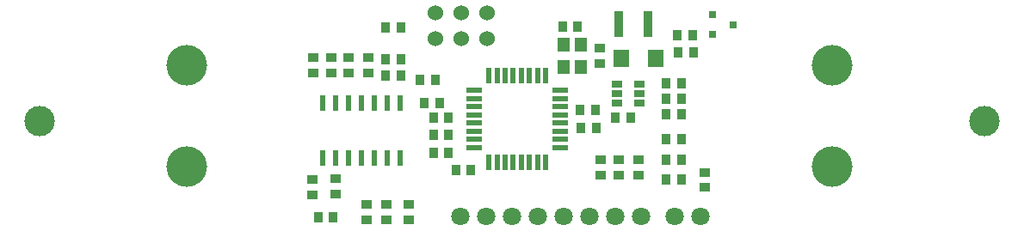
<source format=gbr>
G04 #@! TF.FileFunction,Soldermask,Top*
%FSLAX46Y46*%
G04 Gerber Fmt 4.6, Leading zero omitted, Abs format (unit mm)*
G04 Created by KiCad (PCBNEW 4.0.7) date 04/26/19 15:52:11*
%MOMM*%
%LPD*%
G01*
G04 APERTURE LIST*
%ADD10C,0.050000*%
%ADD11R,0.899160X1.000760*%
%ADD12R,0.900000X1.000000*%
%ADD13R,1.000760X0.899160*%
%ADD14R,1.000000X0.900000*%
%ADD15R,1.520000X1.680000*%
%ADD16C,3.000000*%
%ADD17C,1.800000*%
%ADD18C,1.524000*%
%ADD19R,0.900000X2.500000*%
%ADD20R,0.800100X0.800100*%
%ADD21C,4.000000*%
%ADD22R,0.600000X1.500000*%
%ADD23R,1.600000X0.550000*%
%ADD24R,0.550000X1.600000*%
%ADD25R,1.060000X0.650000*%
%ADD26R,1.200000X1.400000*%
G04 APERTURE END LIST*
D10*
D11*
X125051840Y-58900000D03*
D12*
X123548160Y-58900000D03*
D13*
X121650000Y-74701840D03*
D14*
X121650000Y-73198160D03*
D11*
X147651840Y-64700000D03*
D12*
X146148160Y-64700000D03*
D13*
X119900000Y-60251840D03*
D14*
X119900000Y-58748160D03*
D13*
X118200000Y-60251840D03*
D14*
X118200000Y-58748160D03*
D11*
X144151840Y-63900000D03*
D12*
X142648160Y-63900000D03*
D11*
X144251840Y-65700000D03*
D12*
X142748160Y-65700000D03*
D11*
X127348160Y-63200000D03*
D12*
X128851840Y-63200000D03*
D13*
X118650000Y-72201840D03*
D14*
X118650000Y-70698160D03*
D11*
X128248160Y-66400000D03*
D12*
X129751840Y-66400000D03*
D11*
X142451840Y-55700000D03*
D12*
X140948160Y-55700000D03*
D13*
X144600000Y-57848160D03*
D14*
X144600000Y-59351840D03*
D11*
X152651840Y-61300000D03*
D12*
X151148160Y-61300000D03*
D11*
X152651840Y-62800000D03*
D12*
X151148160Y-62800000D03*
D11*
X151148160Y-66800000D03*
D12*
X152651840Y-66800000D03*
D13*
X154900000Y-71551840D03*
D14*
X154900000Y-70048160D03*
D15*
X146700000Y-58800000D03*
X150100000Y-58800000D03*
D16*
X89500000Y-65000000D03*
X182500000Y-65000000D03*
D17*
X154559840Y-74400000D03*
X152019840Y-74400000D03*
D18*
X128460000Y-56870000D03*
X131000000Y-56870000D03*
X133540000Y-56870000D03*
X133540000Y-54330000D03*
X131000000Y-54330000D03*
X128460000Y-54330000D03*
D19*
X149350000Y-55400000D03*
X146450000Y-55400000D03*
D20*
X155699240Y-54550000D03*
X155699240Y-56450000D03*
X157698220Y-55500000D03*
D13*
X148400000Y-68848160D03*
X148400000Y-70351840D03*
X146500000Y-68848160D03*
X146500000Y-70351840D03*
X125850000Y-74701840D03*
X125850000Y-73198160D03*
D11*
X123548160Y-55800000D03*
X125051840Y-55800000D03*
D13*
X123650000Y-74701840D03*
X123650000Y-73198160D03*
D11*
X123548160Y-60500000D03*
X125051840Y-60500000D03*
X126898160Y-60950000D03*
X128401840Y-60950000D03*
D13*
X121800000Y-58748160D03*
X121800000Y-60251840D03*
X116400000Y-60251840D03*
X116400000Y-58748160D03*
X116300000Y-70748160D03*
X116300000Y-72251840D03*
D11*
X118401840Y-74450000D03*
X116898160Y-74450000D03*
X128248160Y-64700000D03*
X129751840Y-64700000D03*
X128248160Y-68100000D03*
X129751840Y-68100000D03*
D13*
X144700000Y-70351840D03*
X144700000Y-68848160D03*
D11*
X152651840Y-64300000D03*
X151148160Y-64300000D03*
X153851840Y-58200000D03*
X152348160Y-58200000D03*
X152248160Y-56500000D03*
X153751840Y-56500000D03*
X151148160Y-68800000D03*
X152651840Y-68800000D03*
X152651840Y-70800000D03*
X151148160Y-70800000D03*
X131951840Y-69800000D03*
X130448160Y-69800000D03*
D21*
X104000000Y-69500000D03*
X104000000Y-59500000D03*
D22*
X124960000Y-63250000D03*
X123690000Y-63250000D03*
X122420000Y-63250000D03*
X121150000Y-63250000D03*
X119880000Y-63250000D03*
X118610000Y-63250000D03*
X117340000Y-63250000D03*
X117340000Y-68650000D03*
X118610000Y-68650000D03*
X119880000Y-68650000D03*
X121150000Y-68650000D03*
X122420000Y-68650000D03*
X123690000Y-68650000D03*
X124960000Y-68650000D03*
D23*
X140750000Y-67600000D03*
X140750000Y-66800000D03*
X140750000Y-66000000D03*
X140750000Y-65200000D03*
X140750000Y-64400000D03*
X140750000Y-63600000D03*
X140750000Y-62800000D03*
X140750000Y-62000000D03*
D24*
X139300000Y-60550000D03*
X138500000Y-60550000D03*
X137700000Y-60550000D03*
X136900000Y-60550000D03*
X136100000Y-60550000D03*
X135300000Y-60550000D03*
X134500000Y-60550000D03*
X133700000Y-60550000D03*
D23*
X132250000Y-62000000D03*
X132250000Y-62800000D03*
X132250000Y-63600000D03*
X132250000Y-64400000D03*
X132250000Y-65200000D03*
X132250000Y-66000000D03*
X132250000Y-66800000D03*
X132250000Y-67600000D03*
D24*
X133700000Y-69050000D03*
X134500000Y-69050000D03*
X135300000Y-69050000D03*
X136100000Y-69050000D03*
X136900000Y-69050000D03*
X137700000Y-69050000D03*
X138500000Y-69050000D03*
X139300000Y-69050000D03*
D25*
X146300000Y-61350000D03*
X146300000Y-62300000D03*
X146300000Y-63250000D03*
X148500000Y-63250000D03*
X148500000Y-61350000D03*
X148500000Y-62300000D03*
D21*
X167500000Y-59500000D03*
X167500000Y-69500000D03*
D26*
X141050000Y-57500000D03*
X141050000Y-59700000D03*
X142750000Y-57500000D03*
X142750000Y-59700000D03*
D17*
X148690000Y-74400000D03*
X146150000Y-74400000D03*
X141070000Y-74400000D03*
X143610000Y-74400000D03*
X130910000Y-74400000D03*
X133450000Y-74400000D03*
X138530000Y-74400000D03*
X135990000Y-74400000D03*
M02*

</source>
